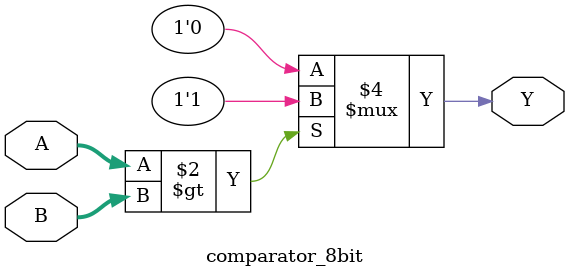
<source format=v>
`timescale 1ns / 1ps

module comparator_8bit(

    	 input [7:0] A,
	 input [7:0] B,
    	 output reg Y);
	 
	always @(*)
	    if(A > B)
	        begin
		    Y = 1;
		end
	    else
	        begin
		    Y = 0;
	    end
endmodule

</source>
